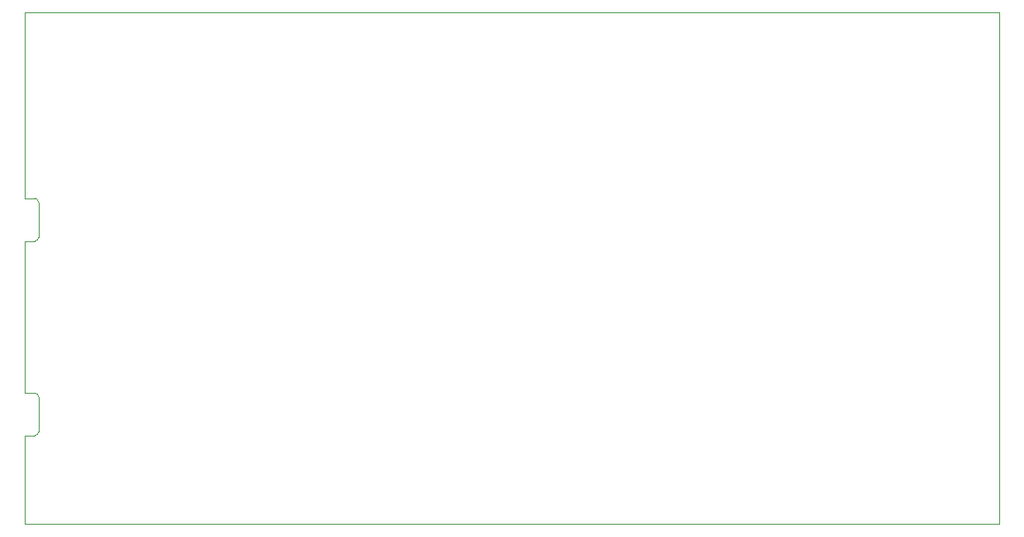
<source format=gbr>
%TF.GenerationSoftware,KiCad,Pcbnew,8.0.7*%
%TF.CreationDate,2025-03-14T17:48:09+00:00*%
%TF.ProjectId,WaveshareZeroMIDIProto,57617665-7368-4617-9265-5a65726f4d49,rev?*%
%TF.SameCoordinates,Original*%
%TF.FileFunction,Profile,NP*%
%FSLAX46Y46*%
G04 Gerber Fmt 4.6, Leading zero omitted, Abs format (unit mm)*
G04 Created by KiCad (PCBNEW 8.0.7) date 2025-03-14 17:48:09*
%MOMM*%
%LPD*%
G01*
G04 APERTURE LIST*
%TA.AperFunction,Profile*%
%ADD10C,0.050000*%
%TD*%
%TA.AperFunction,Profile*%
%ADD11C,0.120000*%
%TD*%
G04 APERTURE END LIST*
D10*
X50000000Y-64800000D02*
X50000000Y-50000000D01*
X150000000Y-102575000D02*
X50000000Y-102575000D01*
X150000000Y-50000000D02*
X150000000Y-102575000D01*
X50000000Y-102575000D02*
X50000000Y-97800000D01*
X50000000Y-84800000D02*
X50000000Y-77800000D01*
X50000000Y-50000000D02*
X150000000Y-50000000D01*
D11*
%TO.C,J2*%
X51400000Y-73100000D02*
G75*
G02*
X51000000Y-73500000I-400000J0D01*
G01*
X51000000Y-69100000D02*
G75*
G02*
X51400000Y-69500000I-2J-400002D01*
G01*
X51400000Y-73100000D02*
X51400000Y-69500000D01*
X51000000Y-73500000D02*
X50000000Y-73500000D01*
X51000000Y-69100000D02*
X50000000Y-69100000D01*
X50000000Y-73500000D02*
X50000000Y-77800000D01*
X50000000Y-69100000D02*
X50000000Y-64800000D01*
%TO.C,J1*%
X50000000Y-89100000D02*
X50000000Y-84800000D01*
X50000000Y-93500000D02*
X50000000Y-97800000D01*
X51000000Y-89100000D02*
X50000000Y-89100000D01*
X51000000Y-93500000D02*
X50000000Y-93500000D01*
X51400000Y-93100000D02*
X51400000Y-89500000D01*
X51000000Y-89100000D02*
G75*
G02*
X51400000Y-89500000I-2J-400002D01*
G01*
X51400000Y-93100000D02*
G75*
G02*
X51000000Y-93500000I-400000J0D01*
G01*
%TD*%
M02*

</source>
